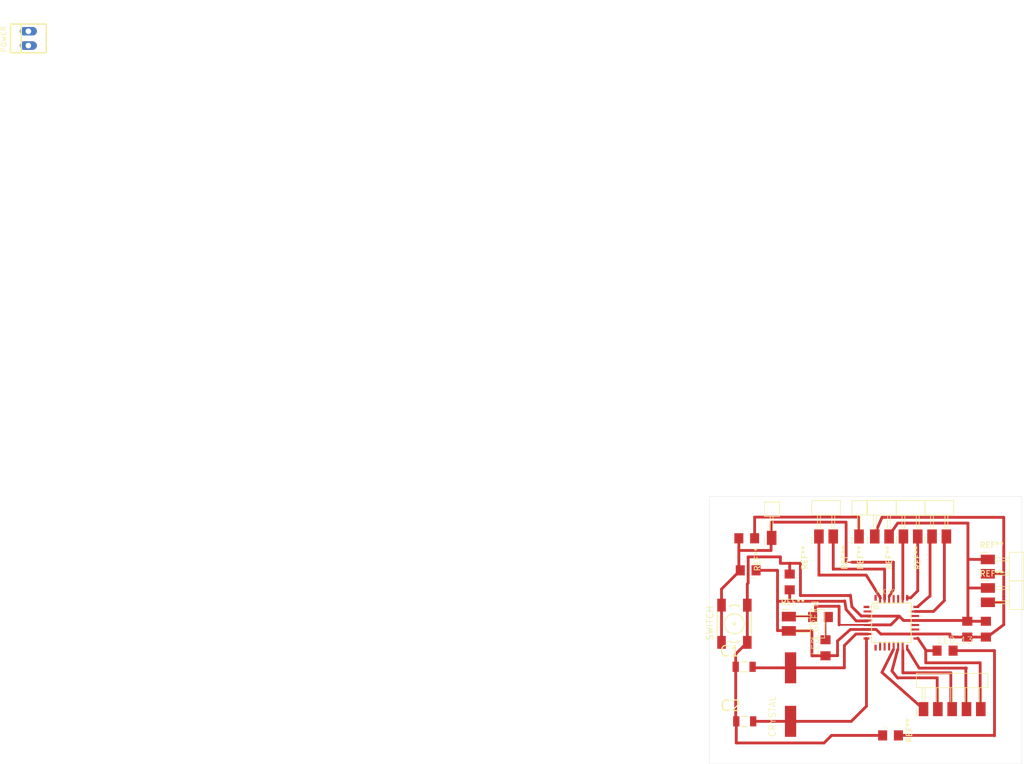
<source format=kicad_pcb>
(kicad_pcb (version 20211014) (generator pcbnew)
  (layers (0 "F.Cu" signal) (31 "B.Cu" signal) (34 "B.Paste" user) (35 "F.Paste" user) (36 "B.SilkS" user "B.Silkscreen") (37 "F.SilkS" user "F.Silkscreen") (38 "B.Mask" user) (39 "F.Mask" user) (44 "Edge.Cuts" user))
  (net 0 "")
  (net 1 "VCC")
  (net 2 "N$2")
  (net 3 "N$9")
  (net 4 "GND")
  (net 5 "N$12")
  (net 6 "N$26")
  (net 7 "N$27")
  (net 8 "N$3")
  (net 9 "RST")
  (net 10 "4")
  (net 11 "3")
  (net 12 "2")
  (net 13 "1(Tx)")
  (net 14 "0(Rx)")
  (net 15 "A5")
  (net 16 "A4")
  (net 17 "A3")
  (net 18 "A2")
  (net 19 "A1")
  (net 20 "A0")
  (net 21 "ADC7")
  (net 22 "5")
  (net 23 "6")
  (net 24 "7")
  (net 25 "8")
  (net 26 "9")
  (net 27 "10")
  (net 28 "11")
  (net 29 "12")
  (net 30 "13")
  (net 31 "ADC6")
  (footprint "fab:PinHeader_1x02_P2.54mm_Horizontal_SMD" (layer "F.Cu") (at 150.114 88.392 90)
    (fp_text reference "REF**" (at -1.524 -2.54 90) (layer "F.SilkS") (effects (justify right)))
    (fp_text value "PinHeader_1x02")
    (fp_line (start -1.27 -1.27) (end 0 -1.27) (layer "F.SilkS") (width 0.12))
    (fp_line (start 3.81 3.81) (end 3.81 -1.27) (layer "F.SilkS") (width 0.12))
    (fp_line (start 6.35 -1.27) (end 6.35 3.81) (layer "F.SilkS") (width 0.12))
    (fp_line (start 3.81 2.286) (end 1.27 2.286) (layer "F.SilkS") (width 0.12))
    (fp_line (start 3.81 2.794) (end 1.27 2.794) (layer "F.SilkS") (width 0.12))
    (fp_line (start 3.81 0.254) (end 1.27 0.254) (layer "F.SilkS") (width 0.12))
    (fp_line (start 6.35 3.81) (end 3.81 3.81) (layer "F.SilkS") (width 0.12))
    (fp_line (start 3.81 -1.27) (end 6.35 -1.27) (layer "F.SilkS") (width 0.12))
    (fp_line (start 3.81 -0.254) (end 1.27 -0.254) (layer "F.SilkS") (width 0.12))
    (pad "1" smd rect locked (at 0 0 90) (size 2.5 1.7) (layers "F.Cu" "F.Paste" "F.Mask") (net 1 "VCC"))
    (pad "2" smd rect locked (at 0 2.54 90) (size 2.5 1.7) (layers "F.Cu" "F.Paste" "F.Mask") (net 4 "GND"))
  )
  (footprint "fab:PinHeader_1x02_P2.54mm_Horizontal_SMD" (layer "F.Cu") (at 140.208 88.392 90)
    (fp_text reference "REF**" (at -1.524 -2.54 90) (layer "F.SilkS") (effects (justify right)))
    (fp_text value "PinHeader_1x02")
    (fp_line (start 3.81 2.794) (end 1.27 2.794) (layer "F.SilkS") (width 0.12))
    (fp_line (start 3.81 3.81) (end 3.81 -1.27) (layer "F.SilkS") (width 0.12))
    (fp_line (start 3.81 -0.254) (end 1.27 -0.254) (layer "F.SilkS") (width 0.12))
    (fp_line (start 6.35 3.81) (end 3.81 3.81) (layer "F.SilkS") (width 0.12))
    (fp_line (start -1.27 -1.27) (end 0 -1.27) (layer "F.SilkS") (width 0.12))
    (fp_line (start 3.81 0.254) (end 1.27 0.254) (layer "F.SilkS") (width 0.12))
    (fp_line (start 6.35 -1.27) (end 6.35 3.81) (layer "F.SilkS") (width 0.12))
    (fp_line (start 3.81 -1.27) (end 6.35 -1.27) (layer "F.SilkS") (width 0.12))
    (fp_line (start 3.81 2.286) (end 1.27 2.286) (layer "F.SilkS") (width 0.12))
    (pad "1" smd rect locked (at 0 0 90) (size 2.5 1.7) (layers "F.Cu" "F.Paste" "F.Mask") (net 13 "1(Tx)"))
    (pad "2" smd rect locked (at 0 2.54 90) (size 2.5 1.7) (layers "F.Cu" "F.Paste" "F.Mask") (net 14 "0(Rx)"))
  )
  (footprint "1206" (layer "F.Cu") (at 141.3764 108.147 90)
    (fp_text reference "LED_GREEN" (at -1.397 -1.143 90) (layer "F.SilkS") (effects (font (size 1.1684 1.1684) (thickness 0.1016)) (justify left bottom)))
    (fp_text value "")
    (pad "1" smd rect (at -1.422 0 90) (size 1.6 1.803) (layers "F.Cu" "F.Paste" "F.Mask") (net 1 "VCC"))
    (pad "2" smd rect (at 1.422 0 90) (size 1.6 1.803) (layers "F.Cu" "F.Paste" "F.Mask") (net 6 "N$26"))
  )
  (footprint "1206" (layer "F.Cu") (at 166.5224 104.845 90)
    (fp_text reference "C4" (at -1.27 -1.143 90) (layer "F.SilkS") (effects (font (size 0.373888 0.373888) (thickness 0.032512)) (justify left bottom)))
    (fp_text value "1uF")
    (pad "1" smd rect (at -1.4 0 90) (size 1.6 1.8) (layers "F.Cu" "F.Paste" "F.Mask") (net 1 "VCC"))
    (pad "2" smd rect (at 1.4 0 90) (size 1.6 1.8) (layers "F.Cu" "F.Paste" "F.Mask") (net 4 "GND"))
  )
  (footprint "CAPC3216X178N" (layer "F.Cu") (at 126.9492 111.5252)
    (fp_text reference "C1" (at -4.4958 -1.6764) (layer "F.SilkS") (effects (font (size 1.87452 1.87452) (thickness 0.20828)) (justify left bottom)))
    (fp_text value "22pF")
    (fp_line (start 0.6096 -0.889) (end -0.6096 -0.889) (layer "F.SilkS") (width 0.1524))
    (fp_line (start -0.6096 0.889) (end 0.6096 0.889) (layer "F.SilkS") (width 0.1524))
    (pad "1" smd rect (at -1.4986 0) (size 1.1176 1.8034) (layers "F.Cu" "F.Paste" "F.Mask") (net 4 "GND"))
    (pad "2" smd rect (at 1.4986 0) (size 1.1176 1.8034) (layers "F.Cu" "F.Paste" "F.Mask") (net 2 "N$2"))
  )
  (footprint "fab:PinHeader_1x01_P2.54mm_Horizontal_SMD" (layer "F.Cu") (at 147.32 88.392 90)
    (fp_text reference "REF**" (at -1.524 -2.54 90) (layer "F.SilkS") (effects (justify right)))
    (fp_text value "PinHeader_1x01")
    (fp_line (start 3.81 1.397) (end 3.81 -1.27) (layer "F.SilkS") (width 0.12))
    (fp_line (start 3.81 -0.254) (end 1.27 -0.254) (layer "F.SilkS") (width 0.12))
    (fp_line (start 3.81 0.254) (end 1.27 0.254) (layer "F.SilkS") (width 0.12))
    (fp_line (start 3.81 -1.27) (end 6.35 -1.27) (layer "F.SilkS") (width 0.12))
    (fp_line (start 6.35 -1.27) (end 6.35 1.397) (layer "F.SilkS") (width 0.12))
    (fp_line (start 6.35 1.397) (end 3.81 1.397) (layer "F.SilkS") (width 0.12))
    (fp_line (start -1.27 -1.27) (end 0 -1.27) (layer "F.SilkS") (width 0.12))
    (pad "1" smd rect locked (at 0 0 90) (size 2.5 1.7) (layers "F.Cu" "F.Paste" "F.Mask") (net 8 "N$3"))
  )
  (footprint "CSM-7X-DU" (layer "F.Cu") (at 135.1788 116.4528 90)
    (fp_text reference "CRYSTAL" (at -7.6288 -2.5334 90) (layer "F.SilkS") (effects (font (size 1.1684 1.1684) (thickness 0.1016)) (justify left bottom)))
    (fp_text value "16Mhz")
    (pad "1" smd rect (at -4.75 0 90) (size 5.5 2) (layers "F.Cu" "F.Paste" "F.Mask") (net 3 "N$9"))
    (pad "2" smd rect (at 4.75 0 90) (size 5.5 2) (layers "F.Cu" "F.Paste" "F.Mask") (net 2 "N$2"))
  )
  (footprint "1206" (layer "F.Cu") (at 135.0264 96.463 90)
    (fp_text reference "C3" (at -1.27 -1.143 90) (layer "F.SilkS") (effects (font (size 0.373888 0.373888) (thickness 0.032512)) (justify left bottom)))
    (fp_text value "10uF")
    (pad "1" smd rect (at -1.4 0 90) (size 1.6 1.8) (layers "F.Cu" "F.Paste" "F.Mask") (net 1 "VCC"))
    (pad "2" smd rect (at 1.4 0 90) (size 1.6 1.8) (layers "F.Cu" "F.Paste" "F.Mask") (net 4 "GND"))
  )
  (footprint "TQFP32-08" (layer "F.Cu") (at 153.0604 103.702)
    (fp_text reference "MICRO" (at -2.7686 -5.08) (layer "F.SilkS") (effects (font (size 0.747776 0.747776) (thickness 0.065024)) (justify left bottom)))
    (fp_text value "ATMEGA328P-AU")
    (fp_line (start -3.505 3.505) (end -3.505 -3.15) (layer "F.SilkS") (width 0.1524))
    (fp_line (start -3.15 -3.505) (end 3.505 -3.505) (layer "F.SilkS") (width 0.1524))
    (fp_line (start 3.505 -3.505) (end 3.505 3.505) (layer "F.SilkS") (width 0.1524))
    (fp_line (start -3.15 -3.505) (end -3.505 -3.15) (layer "F.SilkS") (width 0.1524))
    (fp_line (start 3.505 3.505) (end -3.505 3.505) (layer "F.SilkS") (width 0.1524))
    (fp_circle (center -2.7432 -2.7432) (end -2.384 -2.7432) (layer "F.SilkS") (width 0.1524) (fill none))
    (pad "1" smd rect (at -4.4196 -2.8) (size 1.016 0.4064) (layers "F.Cu" "F.Paste" "F.Mask") (net 11 "3"))
    (pad "2" smd rect (at -4.1656 -2) (size 1.524 0.3556) (layers "F.Cu" "F.Paste" "F.Mask") (net 10 "4"))
    (pad "3" smd rect (at -4.1656 -1.2) (size 1.524 0.3556) (layers "F.Cu" "F.Paste" "F.Mask") (net 4 "GND"))
    (pad "4" smd rect (at -4.1656 -0.4) (size 1.524 0.3556) (layers "F.Cu" "F.Paste" "F.Mask") (net 1 "VCC"))
    (pad "5" smd rect (at -4.1656 0.4) (size 1.524 0.3556) (layers "F.Cu" "F.Paste" "F.Mask") (net 4 "GND"))
    (pad "6" smd rect (at -4.1656 1.2) (size 1.524 0.3556) (layers "F.Cu" "F.Paste" "F.Mask") (net 1 "VCC"))
    (pad "7" smd rect (at -4.1656 2) (size 1.524 0.3556) (layers "F.Cu" "F.Paste" "F.Mask") (net 2 "N$2"))
    (pad "8" smd rect (at -4.4196 2.8) (size 1.016 0.4064) (layers "F.Cu" "F.Paste" "F.Mask") (net 3 "N$9"))
    (pad "9" smd rect (at -2.8 4.4196) (size 0.4064 1.016) (layers "F.Cu" "F.Paste" "F.Mask") (net 22 "5"))
    (pad "10" smd rect (at -2 4.1656) (size 0.3556 1.524) (layers "F.Cu" "F.Paste" "F.Mask") (net 23 "6"))
    (pad "11" smd rect (at -1.2 4.1656) (size 0.3556 1.524) (layers "F.Cu" "F.Paste" "F.Mask") (net 24 "7"))
    (pad "12" smd rect (at -0.4 4.1656) (size 0.3556 1.524) (layers "F.Cu" "F.Paste" "F.Mask") (net 25 "8"))
    (pad "13" smd rect (at 0.4 4.1656) (size 0.3556 1.524) (layers "F.Cu" "F.Paste" "F.Mask") (net 26 "9"))
    (pad "14" smd rect (at 1.2 4.1656) (size 0.3556 1.524) (layers "F.Cu" "F.Paste" "F.Mask") (net 27 "10"))
    (pad "15" smd rect (at 2 4.1656) (size 0.3556 1.524) (layers "F.Cu" "F.Paste" "F.Mask") (net 28 "11"))
    (pad "16" smd rect (at 2.8 4.4196) (size 0.4064 1.016) (layers "F.Cu" "F.Paste" "F.Mask") (net 29 "12"))
    (pad "17" smd rect (at 4.4196 2.8) (size 1.016 0.4064) (layers "F.Cu" "F.Paste" "F.Mask") (net 30 "13"))
    (pad "18" smd rect (at 4.1656 2) (size 1.524 0.3556) (layers "F.Cu" "F.Paste" "F.Mask") (net 1 "VCC"))
    (pad "19" smd rect (at 4.1656 1.2) (size 1.524 0.3556) (layers "F.Cu" "F.Paste" "F.Mask") (net 31 "ADC6"))
    (pad "20" smd rect (at 4.1656 0.4) (size 1.524 0.3556) (layers "F.Cu" "F.Paste" "F.Mask") (net 1 "VCC"))
    (pad "21" smd rect (at 4.1656 -0.4) (size 1.524 0.3556) (layers "F.Cu" "F.Paste" "F.Mask") (net 4 "GND"))
    (pad "22" smd rect (at 4.1656 -1.2) (size 1.524 0.3556) (layers "F.Cu" "F.Paste" "F.Mask") (net 21 "ADC7"))
    (pad "23" smd rect (at 4.1656 -2) (size 1.524 0.3556) (layers "F.Cu" "F.Paste" "F.Mask") (net 20 "A0"))
    (pad "24" smd rect (at 4.4196 -2.8) (size 1.016 0.4064) (layers "F.Cu" "F.Paste" "F.Mask") (net 19 "A1"))
    (pad "25" smd rect (at 2.8 -4.4196) (size 0.4064 1.016) (layers "F.Cu" "F.Paste" "F.Mask") (net 18 "A2"))
    (pad "26" smd rect (at 2 -4.1656) (size 0.3556 1.524) (layers "F.Cu" "F.Paste" "F.Mask") (net 17 "A3"))
    (pad "27" smd rect (at 1.2 -4.1656) (size 0.3556 1.524) (layers "F.Cu" "F.Paste" "F.Mask") (net 16 "A4"))
    (pad "28" smd rect (at 0.4 -4.1656) (size 0.3556 1.524) (layers "F.Cu" "F.Paste" "F.Mask") (net 15 "A5"))
    (pad "29" smd rect (at -0.4 -4.1656) (size 0.3556 1.524) (layers "F.Cu" "F.Paste" "F.Mask") (net 9 "RST"))
    (pad "30" smd rect (at -1.2 -4.1656) (size 0.3556 1.524) (layers "F.Cu" "F.Paste" "F.Mask") (net 14 "0(Rx)"))
    (pad "31" smd rect (at -2 -4.1656) (size 0.3556 1.524) (layers "F.Cu" "F.Paste" "F.Mask") (net 13 "1(Tx)"))
    (pad "32" smd rect (at -2.8 -4.4196) (size 0.4064 1.016) (layers "F.Cu" "F.Paste" "F.Mask") (net 12 "2"))
  )
  (footprint "1206" (layer "F.Cu") (at 169.8244 104.845 90)
    (fp_text reference "C5" (at -1.27 -1.143 90) (layer "F.SilkS") (effects (font (size 0.373888 0.373888) (thickness 0.032512)) (justify left bottom)))
    (fp_text value "100nF")
    (pad "1" smd rect (at -1.4 0 90) (size 1.6 1.8) (layers "F.Cu" "F.Paste" "F.Mask") (net 1 "VCC"))
    (pad "2" smd rect (at 1.4 0 90) (size 1.6 1.8) (layers "F.Cu" "F.Paste" "F.Mask") (net 4 "GND"))
  )
  (footprint "fab:PinHeader_1x02_P2.54mm_Horizontal_SMD" (layer "F.Cu") (at 170.166 92.476)
    (fp_text reference "REF**" (at -1.524 -2.54 180) (layer "F.SilkS") (effects (justify left)))
    (fp_text value "PinHeader_1x02")
    (fp_line (start 6.35 3.81) (end 3.81 3.81) (layer "F.SilkS") (width 0.12))
    (fp_line (start 3.81 2.794) (end 1.27 2.794) (layer "F.SilkS") (width 0.12))
    (fp_line (start -1.27 -1.27) (end 0 -1.27) (layer "F.SilkS") (width 0.12))
    (fp_line (start 3.81 2.286) (end 1.27 2.286) (layer "F.SilkS") (width 0.12))
    (fp_line (start 3.81 -0.254) (end 1.27 -0.254) (layer "F.SilkS") (width 0.12))
    (fp_line (start 3.81 -1.27) (end 6.35 -1.27) (layer "F.SilkS") (width 0.12))
    (fp_line (start 6.35 -1.27) (end 6.35 3.81) (layer "F.SilkS") (width 0.12))
    (fp_line (start 3.81 0.254) (end 1.27 0.254) (layer "F.SilkS") (width 0.12))
    (fp_line (start 3.81 3.81) (end 3.81 -1.27) (layer "F.SilkS") (width 0.12))
    (pad "1" smd rect locked (at 0 0) (size 2.5 1.7) (layers "F.Cu" "F.Paste" "F.Mask") (net 4 "GND"))
    (pad "2" smd rect locked (at 0 2.54) (size 2.5 1.7) (layers "F.Cu" "F.Paste" "F.Mask") (net 1 "VCC"))
  )
  (footprint "1206" (layer "F.Cu") (at 127.6604 94.4056 180)
    (fp_text reference "R1" (at -1.27 -1.143 180) (layer "F.SilkS") (effects (font (size 0.373888 0.373888) (thickness 0.032512)) (justify right top)))
    (fp_text value "10k")
    (pad "1" smd rect (at -1.4 0 180) (size 1.6 1.8) (layers "F.Cu" "F.Paste" "F.Mask") (net 1 "VCC"))
    (pad "2" smd rect (at 1.4 0 180) (size 1.6 1.8) (layers "F.Cu" "F.Paste" "F.Mask") (net 9 "RST"))
  )
  (footprint "6MM_SWITCH" (layer "F.Cu") (at 125.222 103.886 90)
    (fp_text reference "SWITCH" (at -3.048 -3.683 90) (layer "F.SilkS") (effects (font (size 1.143 1.143) (thickness 0.127)) (justify left bottom)))
    (fp_text value "")
    (fp_line (start 1.143 2.794) (end -1.27 2.794) (layer "F.SilkS") (width 0.0508))
    (fp_line (start 3.302 0.762) (end 3.302 -0.762) (layer "F.SilkS") (width 0.1524))
    (fp_line (start 3.302 0.762) (end 3.048 0.762) (layer "F.SilkS") (width 0.1524))
    (fp_line (start -3.048 0.762) (end -3.048 1.016) (layer "F.SilkS") (width 0.1524))
    (fp_line (start 1.143 2.794) (end 1.143 3.048) (layer "F.SilkS") (width 0.0508))
    (fp_line (start -3.048 0.762) (end -3.302 0.762) (layer "F.SilkS") (width 0.1524))
    (fp_line (start -1.27 3.048) (end 1.143 3.048) (layer "F.SilkS") (width 0.1524))
    (fp_line (start -2.159 3.048) (end -1.27 3.048) (layer "F.SilkS") (width 0.1524))
    (fp_line (start 3.048 -0.762) (end 3.302 -0.762) (layer "F.SilkS") (width 0.1524))
    (fp_line (start -1.27 -3.048) (end -2.159 -3.048) (layer "F.SilkS") (width 0.1524))
    (fp_line (start 1.27 -3.048) (end -1.27 -3.048) (layer "F.SilkS") (width 0.1524))
    (fp_line (start 1.143 3.048) (end 2.159 3.048) (layer "F.SilkS") (width 0.1524))
    (fp_line (start 1.27 -2.794) (end -1.27 -2.794) (layer "F.SilkS") (width 0.0508))
    (fp_line (start -3.302 -0.762) (end -3.302 0.762) (layer "F.SilkS") (width 0.1524))
    (fp_line (start -1.27 2.794) (end -1.27 3.048) (layer "F.SilkS") (width 0.0508))
    (fp_line (start 2.159 -3.048) (end 1.27 -3.048) (layer "F.SilkS") (width 0.1524))
    (fp_line (start -3.048 -0.762) (end -3.048 -1.016) (layer "F.SilkS") (width 0.1524))
    (fp_line (start 1.27 -2.794) (end 1.27 -3.048) (layer "F.SilkS") (width 0.0508))
    (fp_line (start 3.048 0.762) (end 3.048 1.016) (layer "F.SilkS") (width 0.1524))
    (fp_line (start -3.302 -0.762) (end -3.048 -0.762) (layer "F.SilkS") (width 0.1524))
    (fp_line (start -1.27 -3.048) (end -1.27 -2.794) (layer "F.SilkS") (width 0.0508))
    (fp_line (start 3.048 -0.762) (end 3.048 -1.016) (layer "F.SilkS") (width 0.1524))
    (fp_circle (center 0 0) (end 0.254 0) (layer "F.SilkS") (width 0.1524) (fill none))
    (fp_circle (center 0 0) (end 1.778 0) (layer "F.SilkS") (width 0.1524) (fill none))
    (pad "1" smd rect (at -3.302 -2.286 90) (size 2.286 1.524) (layers "F.Cu" "F.Paste" "F.Mask") (net 9 "RST"))
    (pad "2" smd rect (at 3.302 -2.286 90) (size 2.286 1.524) (layers "F.Cu" "F.Paste" "F.Mask") (net 9 "RST"))
    (pad "3" smd rect (at -3.302 2.286 90) (size 2.286 1.524) (layers "F.Cu" "F.Paste" "F.Mask") (net 4 "GND"))
    (pad "4" smd rect (at 3.302 2.286 90) (size 2.286 1.524) (layers "F.Cu" "F.Paste" "F.Mask") (net 4 "GND"))
  )
  (footprint "1206" (layer "F.Cu") (at 152.908 123.698)
    (fp_text reference "R3" (at -1.27 -1.143) (layer "F.SilkS") (effects (font (size 0.373888 0.373888) (thickness 0.032512)) (justify left bottom)))
    (fp_text value "499")
    (pad "1" smd rect (at -1.4 0) (size 1.6 1.8) (layers "F.Cu" "F.Paste" "F.Mask") (net 4 "GND"))
    (pad "2" smd rect (at 1.4 0) (size 1.6 1.8) (layers "F.Cu" "F.Paste" "F.Mask") (net 7 "N$27"))
  )
  (footprint "fab:PinHeader_1x01_P2.54mm_Horizontal_SMD" (layer "F.Cu") (at 131.826 88.646 90)
    (fp_text reference "REF**" (at -1.524 -2.54 90) (layer "F.SilkS") (effects (justify right)))
    (fp_text value "PinHeader_1x01")
    (fp_line (start 6.35 -1.27) (end 6.35 1.397) (layer "F.SilkS") (width 0.12))
    (fp_line (start 6.35 1.397) (end 3.81 1.397) (layer "F.SilkS") (width 0.12))
    (fp_line (start 3.81 -0.254) (end 1.27 -0.254) (layer "F.SilkS") (width 0.12))
    (fp_line (start -1.27 -1.27) (end 0 -1.27) (layer "F.SilkS") (width 0.12))
    (fp_line (start 3.81 -1.27) (end 6.35 -1.27) (layer "F.SilkS") (width 0.12))
    (fp_line (start 3.81 0.254) (end 1.27 0.254) (layer "F.SilkS") (width 0.12))
    (fp_line (start 3.81 1.397) (end 3.81 -1.27) (layer "F.SilkS") (width 0.12))
    (pad "1" smd rect locked (at 0 0 90) (size 2.5 1.7) (layers "F.Cu" "F.Paste" "F.Mask") (net 9 "RST"))
  )
  (footprint "fab:PinHeader_1x05_P2.54mm_Horizontal_SMD" (layer "F.Cu") (at 158.7628 119.0359 90)
    (fp_text reference "REF**" (at -1.524 -2.54 90) (layer "F.SilkS") (effects (justify right)))
    (fp_text value "PinHeader_1x05")
    (fp_line (start 3.81 11.43) (end 3.81 -1.27) (layer "F.SilkS") (width 0.12))
    (fp_line (start 3.81 5.334) (end 1.27 5.334) (layer "F.SilkS") (width 0.12))
    (fp_line (start 3.81 -0.254) (end 1.27 -0.254) (layer "F.SilkS") (width 0.12))
    (fp_line (start 3.81 -1.27) (end 6.35 -1.27) (layer "F.SilkS") (width 0.12))
    (fp_line (start 6.35 -1.27) (end 6.35 11.43) (layer "F.SilkS") (width 0.12))
    (fp_line (start 3.81 2.794) (end 1.27 2.794) (layer "F.SilkS") (width 0.12))
    (fp_line (start 3.81 7.366) (end 1.27 7.366) (layer "F.SilkS") (width 0.12))
    (fp_line (start 3.81 4.826) (end 1.27 4.826) (layer "F.SilkS") (width 0.12))
    (fp_line (start 3.81 9.906) (end 1.27 9.906) (layer "F.SilkS") (width 0.12))
    (fp_line (start 3.81 10.414) (end 1.27 10.414) (layer "F.SilkS") (width 0.12))
    (fp_line (start 3.81 2.286) (end 1.27 2.286) (layer "F.SilkS") (width 0.12))
    (fp_line (start 3.81 7.874) (end 1.27 7.874) (layer "F.SilkS") (width 0.12))
    (fp_line (start -1.27 -1.27) (end 0 -1.27) (layer "F.SilkS") (width 0.12))
    (fp_line (start 6.35 11.43) (end 3.81 11.43) (layer "F.SilkS") (width 0.12))
    (fp_line (start 3.81 0.254) (end 1.27 0.254) (layer "F.SilkS") (width 0.12))
    (pad "1" smd rect locked (at 0 0 90) (size 2.5 1.7) (layers "F.Cu" "F.Paste" "F.Mask"))
    (pad "2" smd rect locked (at 0 2.54 90) (size 2.5 1.7) (layers "F.Cu" "F.Paste" "F.Mask") (net 27 "10"))
    (pad "3" smd rect locked (at 0 5.08 90) (size 2.5 1.7) (layers "F.Cu" "F.Paste" "F.Mask") (net 28 "11"))
    (pad "4" smd rect locked (at 0 7.62 90) (size 2.5 1.7) (layers "F.Cu" "F.Paste" "F.Mask") (net 29 "12"))
    (pad "5" smd rect locked (at 0 10.16 90) (size 2.5 1.7) (layers "F.Cu" "F.Paste" "F.Mask") (net 5 "N$12"))
  )
  (footprint "CAPC3216X178N" (layer "F.Cu") (at 127.0508 121.2026)
    (fp_text reference "C2" (at -4.4958 -1.6764) (layer "F.SilkS") (effects (font (size 1.87452 1.87452) (thickness 0.20828)) (justify left bottom)))
    (fp_text value "22pF")
    (fp_line (start 0.6096 -0.889) (end -0.6096 -0.889) (layer "F.SilkS") (width 0.1524))
    (fp_line (start -0.6096 0.889) (end 0.6096 0.889) (layer "F.SilkS") (width 0.1524))
    (pad "1" smd rect (at -1.4986 0) (size 1.1176 1.8034) (layers "F.Cu" "F.Paste" "F.Mask") (net 4 "GND"))
    (pad "2" smd rect (at 1.4986 0) (size 1.1176 1.8034) (layers "F.Cu" "F.Paste" "F.Mask") (net 3 "N$9"))
  )
  (footprint "fab:PinHeader_1x02_P2.54mm_Horizontal_SMD" (layer "F.Cu") (at 160.274 88.392 90)
    (fp_text reference "REF**" (at -1.524 -2.54 90) (layer "F.SilkS") (effects (justify right)))
    (fp_text value "PinHeader_1x02")
    (fp_line (start 3.81 2.286) (end 1.27 2.286) (layer "F.SilkS") (width 0.12))
    (fp_line (start 6.35 3.81) (end 3.81 3.81) (layer "F.SilkS") (width 0.12))
    (fp_line (start 3.81 2.794) (end 1.27 2.794) (layer "F.SilkS") (width 0.12))
    (fp_line (start 3.81 -0.254) (end 1.27 -0.254) (layer "F.SilkS") (width 0.12))
    (fp_line (start 6.35 -1.27) (end 6.35 3.81) (layer "F.SilkS") (width 0.12))
    (fp_line (start 3.81 0.254) (end 1.27 0.254) (layer "F.SilkS") (width 0.12))
    (fp_line (start 3.81 3.81) (end 3.81 -1.27) (layer "F.SilkS") (width 0.12))
    (fp_line (start -1.27 -1.27) (end 0 -1.27) (layer "F.SilkS") (width 0.12))
    (fp_line (start 3.81 -1.27) (end 6.35 -1.27) (layer "F.SilkS") (width 0.12))
    (pad "1" smd rect locked (at 0 0 90) (size 2.5 1.7) (layers "F.Cu" "F.Paste" "F.Mask") (net 19 "A1"))
    (pad "2" smd rect locked (at 0 2.54 90) (size 2.5 1.7) (layers "F.Cu" "F.Paste" "F.Mask") (net 20 "A0"))
  )
  (footprint "1206" (layer "F.Cu") (at 162.5854 108.655)
    (fp_text reference "LED_13" (at -1.397 -1.143) (layer "F.SilkS") (effects (font (size 1.1684 1.1684) (thickness 0.1016)) (justify left bottom)))
    (fp_text value "YELLOW")
    (pad "1" smd rect (at -1.422 0) (size 1.6 1.803) (layers "F.Cu" "F.Paste" "F.Mask") (net 5 "N$12"))
    (pad "2" smd rect (at 1.422 0) (size 1.6 1.803) (layers "F.Cu" "F.Paste" "F.Mask") (net 7 "N$27"))
  )
  (footprint "fab:PinHeader_1x02_P2.54mm_Horizontal_SMD" (layer "F.Cu") (at 155.194 88.392 90)
    (fp_text reference "REF**" (at -1.524 -2.54 90) (layer "F.SilkS") (effects (justify right)))
    (fp_text value "PinHeader_1x02")
    (fp_line (start 6.35 3.81) (end 3.81 3.81) (layer "F.SilkS") (width 0.12))
    (fp_line (start -1.27 -1.27) (end 0 -1.27) (layer "F.SilkS") (width 0.12))
    (fp_line (start 3.81 3.81) (end 3.81 -1.27) (layer "F.SilkS") (width 0.12))
    (fp_line (start 3.81 2.286) (end 1.27 2.286) (layer "F.SilkS") (width 0.12))
    (fp_line (start 3.81 -1.27) (end 6.35 -1.27) (layer "F.SilkS") (width 0.12))
    (fp_line (start 3.81 0.254) (end 1.27 0.254) (layer "F.SilkS") (width 0.12))
    (fp_line (start 3.81 2.794) (end 1.27 2.794) (layer "F.SilkS") (width 0.12))
    (fp_line (start 3.81 -0.254) (end 1.27 -0.254) (layer "F.SilkS") (width 0.12))
    (fp_line (start 6.35 -1.27) (end 6.35 3.81) (layer "F.SilkS") (width 0.12))
    (pad "1" smd rect locked (at 0 0 90) (size 2.5 1.7) (layers "F.Cu" "F.Paste" "F.Mask") (net 17 "A3"))
    (pad "2" smd rect locked (at 0 2.54 90) (size 2.5 1.7) (layers "F.Cu" "F.Paste" "F.Mask") (net 18 "A2"))
  )
  (footprint "1206" (layer "F.Cu") (at 127.4064 88.716)
    (fp_text reference "C6" (at -1.27 -1.143) (layer "F.SilkS") (effects (font (size 0.373888 0.373888) (thickness 0.032512)) (justify left bottom)))
    (fp_text value "100nF")
    (pad "1" smd rect (at -1.4 0) (size 1.6 1.8) (layers "F.Cu" "F.Paste" "F.Mask") (net 9 "RST"))
    (pad "2" smd rect (at 1.4 0) (size 1.6 1.8) (layers "F.Cu" "F.Paste" "F.Mask") (net 8 "N$3"))
  )
  (footprint "fab:PinHeader_1x02_P2.54mm_Horizontal_SMD" (layer "F.Cu") (at 134.874 102.616)
    (fp_text reference "REF**" (at -1.524 -2.54 180) (layer "F.SilkS") (effects (justify left)))
    (fp_text value "PinHeader_1x02")
    (fp_line (start 3.81 2.286) (end 1.27 2.286) (layer "F.SilkS") (width 0.12))
    (fp_line (start 3.81 2.794) (end 1.27 2.794) (layer "F.SilkS") (width 0.12))
    (fp_line (start 3.81 -1.27) (end 6.35 -1.27) (layer "F.SilkS") (width 0.12))
    (fp_line (start 6.35 -1.27) (end 6.35 3.81) (layer "F.SilkS") (width 0.12))
    (fp_line (start -1.27 -1.27) (end 0 -1.27) (layer "F.SilkS") (width 0.12))
    (fp_line (start 3.81 -0.254) (end 1.27 -0.254) (layer "F.SilkS") (width 0.12))
    (fp_line (start 3.81 0.254) (end 1.27 0.254) (layer "F.SilkS") (width 0.12))
    (fp_line (start 6.35 3.81) (end 3.81 3.81) (layer "F.SilkS") (width 0.12))
    (fp_line (start 3.81 3.81) (end 3.81 -1.27) (layer "F.SilkS") (width 0.12))
    (pad "1" smd rect locked (at 0 0) (size 2.5 1.7) (layers "F.Cu" "F.Paste" "F.Mask") (net 4 "GND"))
    (pad "2" smd rect locked (at 0 2.54) (size 2.5 1.7) (layers "F.Cu" "F.Paste" "F.Mask") (net 1 "VCC"))
  )
  (footprint "fab:PinHeader_1x02_P2.54mm_Horizontal_SMD" (layer "F.Cu") (at 170.18 97.536)
    (fp_text reference "REF**" (at -1.524 -2.54 180) (layer "F.SilkS") (effects (justify left)))
    (fp_text value "PinHeader_1x02")
    (fp_line (start 3.81 3.81) (end 3.81 -1.27) (layer "F.SilkS") (width 0.12))
    (fp_line (start 6.35 -1.27) (end 6.35 3.81) (layer "F.SilkS") (width 0.12))
    (fp_line (start 3.81 0.254) (end 1.27 0.254) (layer "F.SilkS") (width 0.12))
    (fp_line (start -1.27 -1.27) (end 0 -1.27) (layer "F.SilkS") (width 0.12))
    (fp_line (start 3.81 -0.254) (end 1.27 -0.254) (layer "F.SilkS") (width 0.12))
    (fp_line (start 6.35 3.81) (end 3.81 3.81) (layer "F.SilkS") (width 0.12))
    (fp_line (start 3.81 2.794) (end 1.27 2.794) (layer "F.SilkS") (width 0.12))
    (fp_line (start 3.81 -1.27) (end 6.35 -1.27) (layer "F.SilkS") (width 0.12))
    (fp_line (start 3.81 2.286) (end 1.27 2.286) (layer "F.SilkS") (width 0.12))
    (pad "1" smd rect locked (at 0 0) (size 2.5 1.7) (layers "F.Cu" "F.Paste" "F.Mask") (net 4 "GND"))
    (pad "2" smd rect locked (at 0 2.54) (size 2.5 1.7) (layers "F.Cu" "F.Paste" "F.Mask") (net 1 "VCC"))
  )
  (footprint "1206" (layer "F.Cu") (at 140.4874 102.686 180)
    (fp_text reference "R2" (at -1.27 -1.143 180) (layer "F.SilkS") (effects (font (size 0.373888 0.373888) (thickness 0.032512)) (justify right top)))
    (fp_text value "499")
    (pad "1" smd rect (at -1.4 0 180) (size 1.6 1.8) (layers "F.Cu" "F.Paste" "F.Mask") (net 6 "N$26"))
    (pad "2" smd rect (at 1.4 0 180) (size 1.6 1.8) (layers "F.Cu" "F.Paste" "F.Mask") (net 4 "GND"))
  )
  (footprint "22-23-2021" (layer "F.Cu") (at 0 0 90)
    (fp_text reference "POWER" (at -2.54 -3.81 90) (layer "F.SilkS") (effects (font (size 0.9144 0.9144) (thickness 0.1016)) (justify left bottom)))
    (fp_text value "22-23-2021")
    (fp_line (start 2.54 -3.175) (end 2.54 -1.27) (layer "F.SilkS") (width 0.254))
    (fp_line (start -2.54 -3.175) (end 2.54 -3.175) (layer "F.SilkS") (width 0.254))
    (fp_line (start -2.54 3.175) (end -2.54 -1.27) (layer "F.SilkS") (width 0.254))
    (fp_line (start 2.54 3.175) (end -2.54 3.175) (layer "F.SilkS") (width 0.254))
    (fp_line (start 2.54 -1.27) (end 2.54 3.175) (layer "F.SilkS") (width 0.254))
    (fp_line (start -2.54 -1.27) (end -2.54 -3.175) (layer "F.SilkS") (width 0.254))
    (fp_line (start -2.54 -1.27) (end 2.54 -1.27) (layer "F.SilkS") (width 0.254))
    (pad "1" thru_hole oval (at -1.27 0 180) (size 3.016 1.508) (drill 1) (layers *.Cu *.Mask))
    (pad "2" thru_hole oval (at 1.27 0 180) (size 3.016 1.508) (drill 1) (layers *.Cu *.Mask))
  )
  (gr_line (start 153.162 112.268) (end 154.178 113.538) (layer "F.Cu") (width 0.5))
  (gr_line (start 145.034 101.346) (end 144.78 99.822) (layer "F.Cu") (width 0.5))
  (gr_line (start 145.034 86.106) (end 145.034 85.852) (layer "F.Cu") (width 0.2))
  (gr_line (start 150.368 104.902) (end 149.352 104.902) (layer "F.Cu") (width 0.5))
  (gr_line (start 172.9868 104.0499) (end 172.9868 98.9699) (layer "F.Cu") (width 0.5))
  (gr_line (start 169.9388 106.3359) (end 172.9868 104.0499) (layer "F.Cu") (width 0.5))
  (gr_line (start 153.416 114.3) (end 158.7628 119.0359) (layer "F.Cu") (width 0.5))
  (gr_line (start 152.654 99.06) (end 153.416 97.79) (layer "F.Cu") (width 0.5))
  (gr_line (start 151.13 99.314) (end 148.59 95.25) (layer "F.Cu") (width 0.5))
  (gr_line (start 149.8728 88.5559) (end 151.3968 84.9999) (layer "F.Cu") (width 0.5))
  (gr_line (start 145.796 104.902) (end 143.51 106.934) (layer "F.Cu") (width 0.5))
  (gr_line (start 166.6368 96.6839) (end 166.6368 86.0159) (layer "F.Cu") (width 0.5))
  (gr_line (start 157.734 106.426) (end 159.258 108.712) (layer "F.Cu") (width 0.5))
  (gr_line (start 170.18 100.076) (end 172.974 100.076) (layer "F.Cu") (width 0.5))
  (gr_line (start 166.37 111.76) (end 157.988 111.76) (layer "F.Cu") (width 0.5))
  (gr_line (start 151.384 112.522) (end 153.416 114.3) (layer "F.Cu") (width 0.5))
  (gr_line (start 170.166 92.476) (end 166.624 92.456) (layer "F.Cu") (width 0.5))
  (gr_line (start 148.59 95.25) (end 140.208 95.25) (layer "F.Cu") (width 0.5))
  (gr_line (start 145.542 98.806) (end 145.796 98.806) (layer "F.Cu") (width 0.2))
  (gr_line (start 166.6368 86.0159) (end 154.1908 86.0159) (layer "F.Cu") (width 0.5))
  (gr_line (start 145.796 98.806) (end 146.05 100.838) (layer "F.Cu") (width 0.5))
  (gr_line (start 157.988 111.76) (end 155.956 108.458) (layer "F.Cu") (width 0.5))
  (gr_line (start 170.18 97.536) (end 166.624 97.536) (layer "F.Cu") (width 0.5))
  (gr_line (start 146.05 92.964) (end 145.034 92.964) (layer "F.Cu") (width 0.2))
  (gr_line (start 172.9868 98.9699) (end 172.9868 84.9999) (layer "F.Cu") (width 0.5))
  (gr_line (start 170.18 94.996) (end 172.974 94.996) (layer "F.Cu") (width 0.5))
  (gr_line (start 153.416 92.964) (end 146.05 92.964) (layer "F.Cu") (width 0.5))
  (gr_line (start 148.844 103.378) (end 146.812 103.378) (layer "F.Cu") (width 0.5))
  (gr_line (start 143.51 106.934) (end 143.51 109.474) (layer "F.Cu") (width 0.5))
  (gr_line (start 145.034 85.852) (end 131.826 85.852) (layer "F.Cu") (width 0.5))
  (gr_line (start 153.416 108.458) (end 151.384 112.522) (layer "F.Cu") (width 0.5))
  (gr_line (start 149.098 104.902) (end 145.796 104.902) (layer "F.Cu") (width 0.5))
  (gr_line (start 166.6368 103.5419) (end 166.6368 96.6839) (layer "F.Cu") (width 0.5))
  (gr_line (start 157.734 100.838) (end 159.766 99.06) (layer "F.Cu") (width 0.5))
  (gr_line (start 153.416 97.79) (end 153.416 92.964) (layer "F.Cu") (width 0.5))
  (gr_line (start 154.178 108.458) (end 153.162 112.268) (layer "F.Cu") (width 0.5))
  (gr_line (start 172.9868 84.9999) (end 151.3968 84.9999) (layer "F.Cu") (width 0.5))
  (gr_line (start 154.1908 86.0159) (end 152.4128 88.5559) (layer "F.Cu") (width 0.5))
  (gr_line (start 146.812 103.378) (end 145.034 101.346) (layer "F.Cu") (width 0.5))
  (gr_line (start 145.034 92.964) (end 145.034 86.106) (layer "F.Cu") (width 0.5))
  (gr_line (start 176.2126 128.778) (end 176.2126 81.28) (layer "Edge.Cuts") (width 0.05))
  (gr_line (start 176.2126 81.28) (end 120.7896 81.28) (layer "Edge.Cuts") (width 0.05))
  (gr_line (start 120.7896 81.28) (end 120.7896 128.778) (layer "Edge.Cuts") (width 0.05))
  (gr_line (start 120.7896 128.778) (end 176.2126 128.778) (layer "Edge.Cuts") (width 0.05))
  (segment (start 166.5224 106.245) (end 169.8244 106.245) (width 0.5) (layer "F.Cu") (net 1))
  (segment (start 144.8054 99.892) (end 135.0264 99.892) (width 0.5) (layer "F.Cu") (net 1))
  (segment (start 141.3764 109.569) (end 138.9634 109.569) (width 0.5) (layer "F.Cu") (net 1))
  (segment (start 132.8674 99.892) (end 135.0264 99.892) (width 0.5) (layer "F.Cu") (net 1))
  (segment (start 138.9634 109.569) (end 138.9634 105.099) (width 0.5) (layer "F.Cu") (net 1))
  (segment (start 143.5354 109.544) (end 141.3764 109.544) (width 0.5) (layer "F.Cu") (net 1))
  (segment (start 157.226 104.102) (end 157.226 104.1084) (width 0.3048) (layer "F.Cu") (net 1))
  (segment (start 132.8674 99.892) (end 132.8674 105.099) (width 0.5) (layer "F.Cu") (net 1))
  (segment (start 163.4744 105.702) (end 163.4744 106.242) (width 0.5) (layer "F.Cu") (net 1))
  (segment (start 151.168 105.702) (end 150.368 104.902) (width 0.5) (layer "F.Cu") (net 1))
  (segment (start 157.226 105.702) (end 151.168 105.702) (width 0.5) (layer "F.Cu") (net 1))
  (segment (start 135.4074 97.99) (end 135.4074 98.114) (width 0.3048) (layer "F.Cu") (net 1))
  (segment (start 132.8674 94.4056) (end 129.0604 94.4056) (width 0.5) (layer "F.Cu") (net 1))
  (segment (start 157.226 105.7086) (end 157.226 105.702) (width 0.3048) (layer "F.Cu") (net 1))
  (segment (start 138.9634 105.099) (end 135.2042 105.099) (width 0.5) (layer "F.Cu") (net 1))
  (segment (start 149.5806 104.8958) (end 148.8948 104.902) (width 0.3048) (layer "F.Cu") (net 1))
  (segment (start 157.226 105.702) (end 163.4744 105.702) (width 0.5) (layer "F.Cu") (net 1))
  (segment (start 157.226 105.734) (end 157.226 105.702) (width 0.3048) (layer "F.Cu") (net 1))
  (segment (start 163.4744 106.242) (end 166.5224 106.242) (width 0.5) (layer "F.Cu") (net 1))
  (segment (start 157.226 104.102) (end 156.6164 104.083) (width 0.3048) (layer "F.Cu") (net 1))
  (segment (start 157.226 104.102) (end 156.6164 104.102) (width 0.254) (layer "F.Cu") (net 1))
  (segment (start 156.6164 104.102) (end 156.6164 104.083) (width 0.254) (layer "F.Cu") (net 1))
  (segment (start 135.0264 99.892) (end 135.0264 97.863) (width 0.5) (layer "F.Cu") (net 1))
  (segment (start 132.8674 94.4056) (end 132.8674 99.892) (width 0.5) (layer "F.Cu") (net 1))
  (segment (start 141.3764 109.544) (end 141.3764 109.569) (width 0.3048) (layer "F.Cu") (net 1))
  (segment (start 135.2042 105.099) (end 132.8674 105.099) (width 0.5) (layer "F.Cu") (net 1))
  (segment (start 148.8948 105.702) (end 146.774 105.702) (width 0.5) (layer "F.Cu") (net 2))
  (segment (start 128.4478 111.7028) (end 128.4478 111.5252) (width 0.3048) (layer "F.Cu") (net 2))
  (segment (start 146.774 105.702) (end 144.7228 107.7532) (width 0.5) (layer "F.Cu") (net 2))
  (segment (start 144.7228 107.7532) (end 144.7228 111.7028) (width 0.5) (layer "F.Cu") (net 2))
  (segment (start 148.8948 105.734) (end 148.8948 105.702) (width 0.3048) (layer "F.Cu") (net 2))
  (segment (start 135.1788 111.7028) (end 128.4478 111.7028) (width 0.5) (layer "F.Cu") (net 2))
  (segment (start 144.7228 111.7028) (end 135.1788 111.7028) (width 0.5) (layer "F.Cu") (net 2))
  (segment (start 128.4478 111.703) (end 128.4478 111.5252) (width 0.3048) (layer "F.Cu") (net 2))
  (segment (start 148.6408 118.5104) (end 145.9484 121.2028) (width 0.5) (layer "F.Cu") (net 3))
  (segment (start 135.1788 121.2028) (end 128.5494 121.2028) (width 0.5) (layer "F.Cu") (net 3))
  (segment (start 148.6408 106.502) (end 148.6408 118.5104) (width 0.5) (layer "F.Cu") (net 3))
  (segment (start 135.1788 121.2028) (end 145.9484 121.2028) (width 0.5) (layer "F.Cu") (net 3))
  (segment (start 128.5494 121.2028) (end 128.5494 121.2026) (width 0.3048) (layer "F.Cu") (net 3))
  (segment (start 148.6408 106.496) (end 148.6408 106.502) (width 0.3048) (layer "F.Cu") (net 3))
  (segment (start 128.5494 121.228) (end 128.5494 121.2026) (width 0.3048) (layer "F.Cu") (net 3))
  (segment (start 143.7894 104.083) (end 148.8948 104.083) (width 0.3048) (layer "F.Cu") (net 4))
  (segment (start 133.3754 92.018) (end 127.6604 92.018) (width 0.5) (layer "F.Cu") (net 4))
  (segment (start 125.4506 111.5252) (end 125.4506 109.2454) (width 0.5) (layer "F.Cu") (net 4))
  (segment (start 157.226 103.302) (end 156.6164 103.321) (width 0.3048) (layer "F.Cu") (net 4))
  (segment (start 127.508 100.584) (end 127.508 96.8248) (width 0.5) (layer "F.Cu") (net 4))
  (segment (start 136.9314 98.876) (end 136.9314 93.161) (width 0.5) (layer "F.Cu") (net 4))
  (segment (start 127.6604 92.018) (end 127.6604 96.6724) (width 0.5) (layer "F.Cu") (net 4))
  (segment (start 166.5224 103.445) (end 169.8244 103.445) (width 0.5) (layer "F.Cu") (net 4))
  (segment (start 125.4506 109.2454) (end 127.508 107.188) (width 0.5) (layer "F.Cu") (net 4))
  (segment (start 125.5522 125.038) (end 125.5522 121.2026) (width 0.5) (layer "F.Cu") (net 4))
  (segment (start 127.508 107.188) (end 127.508 100.584) (width 0.5) (layer "F.Cu") (net 4))
  (segment (start 139.5954 102.559) (end 139.0874 102.686) (width 0.3048) (layer "F.Cu") (net 4))
  (segment (start 136.9314 93.161) (end 135.0264 93.161) (width 0.5) (layer "F.Cu") (net 4))
  (segment (start 133.3754 93.161) (end 133.3754 92.018) (width 0.5) (layer "F.Cu") (net 4))
  (segment (start 151.508 123.698) (end 142.4624 123.698) (width 0.5) (layer "F.Cu") (net 4))
  (segment (start 127.508 96.8248) (end 127.6604 96.6724) (width 0.5) (layer "F.Cu") (net 4))
  (segment (start 148.8948 104.083) (end 148.8948 104.102) (width 0.3048) (layer "F.Cu") (net 4))
  (segment (start 149.5044 104.083) (end 152.965 104.083) (width 0.5) (layer "F.Cu") (net 4))
  (segment (start 125.4506 111.5252) (end 125.3744 111.5252) (width 0.3048) (layer "F.Cu") (net 4))
  (segment (start 157.226 103.2956) (end 157.226 103.302) (width 0.3048) (layer "F.Cu") (net 4))
  (segment (start 157.226 103.302) (end 166.5224 103.302) (width 0.5) (layer "F.Cu") (net 4))
  (segment (start 139.5954 102.813) (end 139.0874 102.686) (width 0.3048) (layer "F.Cu") (net 4))
  (segment (start 145.5674 98.876) (end 145.358 98.876) (width 0.5) (layer "F.Cu") (net 4))
  (segment (start 135.0264 95.063) (end 135.0264 93.161) (width 0.5) (layer "F.Cu") (net 4))
  (segment (start 143.7894 100.781) (end 143.7894 104.083) (width 0.5) (layer "F.Cu") (net 4))
  (segment (start 139.5984 100.781) (end 143.7894 100.781) (width 0.5) (layer "F.Cu") (net 4))
  (segment (start 166.5224 103.302) (end 166.5224 103.445) (width 0.3048) (layer "F.Cu") (net 4))
  (segment (start 155.221021 103.302) (end 157.226 103.302) (width 0.5) (layer "F.Cu") (net 4))
  (segment (start 145.358 98.876) (end 136.9314 98.876) (width 0.5) (layer "F.Cu") (net 4))
  (segment (start 148.8948 102.502) (end 147.701978 102.502) (width 0.5) (layer "F.Cu") (net 4))
  (segment (start 148.8948 102.502) (end 148.921725 102.528925) (width 0.254) (layer "F.Cu") (net 4))
  (segment (start 148.921725 102.528925) (end 154.447946 102.528925) (width 0.5) (layer "F.Cu") (net 4))
  (segment (start 154.447946 102.528925) (end 154.483511 102.564489) (width 0.254) (layer "F.Cu") (net 4))
  (segment (start 135.0264 93.161) (end 133.3754 93.161) (width 0.5) (layer "F.Cu") (net 4))
  (segment (start 125.4506 121.2026) (end 125.4506 111.5252) (width 0.5) (layer "F.Cu") (net 4))
  (segment (start 154.483511 102.564489) (end 155.221021 103.302) (width 0.5) (layer "F.Cu") (net 4))
  (segment (start 149.5044 104.083) (end 148.8948 104.102) (width 0.3048) (layer "F.Cu") (net 4))
  (segment (start 125.5522 121.2026) (end 125.4506 121.2026) (width 0.3048) (layer "F.Cu") (net 4))
  (segment (start 139.5984 102.813) (end 139.5984 100.781) (width 0.5) (layer "F.Cu") (net 4))
  (segment (start 135.2042 102.559) (end 139.5954 102.559) (width 0.3048) (layer "F.Cu") (net 4))
  (segment (start 139.5954 102.813) (end 139.5984 102.813) (width 0.3048) (layer "F.Cu") (net 4))
  (segment (start 148.8948 104.1084) (end 148.8948 104.102) (width 0.3048) (layer "F.Cu") (net 4))
  (segment (start 141.1224 125.038) (end 125.5522 125.038) (width 0.5) (layer "F.Cu") (net 4))
  (segment (start 142.4624 123.698) (end 141.1224 125.038) (width 0.5) (layer "F.Cu") (net 4))
  (segment (start 147.701978 102.502) (end 146.05 100.850022) (width 0.5) (layer "F.Cu") (net 4))
  (segment (start 125.4506 111.5252) (end 125.5014 111.5252) (width 0.3048) (layer "F.Cu") (net 4))
  (segment (start 152.965 104.083) (end 154.483511 102.564489) (width 0.5) (layer "F.Cu") (net 4))
  (segment (start 161.1634 108.655) (end 159.1564 108.655) (width 0.5) (layer "F.Cu") (net 5))
  (segment (start 168.8084 119.069) (end 168.8084 110.814) (width 0.5) (layer "F.Cu") (net 5))
  (segment (start 159.1564 108.655) (end 159.1564 110.814) (width 0.5) (layer "F.Cu") (net 5))
  (segment (start 168.8084 110.814) (end 159.1564 110.814) (width 0.5) (layer "F.Cu") (net 5))
  (segment (start 141.8874 102.686) (end 142.2654 102.94) (width 0.3048) (layer "F.Cu") (net 6))
  (segment (start 141.8874 103.067) (end 141.8874 102.686) (width 0.3048) (layer "F.Cu") (net 6))
  (segment (start 141.3764 103.067) (end 141.8874 103.067) (width 0.3048) (layer "F.Cu") (net 6))
  (segment (start 141.3764 106.725) (end 141.3764 103.067) (width 0.3048) (layer "F.Cu") (net 6))
  (segment (start 171.3484 123.768) (end 171.2784 123.698) (width 0.3048) (layer "F.Cu") (net 7))
  (segment (start 171.2784 123.698) (end 154.308 123.698) (width 0.5) (layer "F.Cu") (net 7))
  (segment (start 171.3484 108.655) (end 171.3484 123.768) (width 0.5) (layer "F.Cu") (net 7))
  (segment (start 171.3484 108.655) (end 164.0074 108.655) (width 0.5) (layer "F.Cu") (net 7))
  (segment (start 128.8064 84.9568) (end 147.2184 84.9568) (width 0.5) (layer "F.Cu") (net 8))
  (segment (start 147.2184 84.9568) (end 147.2184 88.462) (width 0.5) (layer "F.Cu") (net 8))
  (segment (start 128.8064 84.9568) (end 128.8064 88.716) (width 0.5) (layer "F.Cu") (net 8))
  (segment (start 126.0064 94.4056) (end 126.0064 90.875) (width 0.5) (layer "F.Cu") (net 9))
  (segment (start 126.2604 94.4056) (end 126.0064 94.4056) (width 0.3048) (layer "F.Cu") (net 9))
  (segment (start 122.936 97.73) (end 126.2604 94.4056) (width 0.5) (layer "F.Cu") (net 9))
  (segment (start 131.7244 90.875) (end 126.0064 90.875) (width 0.5) (layer "F.Cu") (net 9))
  (segment (start 131.7244 85.922) (end 131.7244 88.462) (width 0.5) (layer "F.Cu") (net 9))
  (segment (start 131.7244 88.462) (end 131.7244 90.875) (width 0.5) (layer "F.Cu") (net 9))
  (segment (start 122.936 100.584) (end 122.936 97.73) (width 0.5) (layer "F.Cu") (net 9))
  (segment (start 126.0064 90.875) (end 126.0064 88.716) (width 0.5) (layer "F.Cu") (net 9))
  (segment (start 122.936 107.188) (end 122.936 100.584) (width 0.5) (layer "F.Cu") (net 9))
  (segment (start 150.2604 99.2824) (end 150.2664 99.2824) (width 0.3048) (layer "F.Cu") (net 12))
  (segment (start 140.208 95.25) (end 140.208 88.392) (width 0.5) (layer "F.Cu") (net 13))
  (segment (start 140.265 95.193) (end 140.208 95.25) (width 0.3048) (layer "F.Cu") (net 13))
  (segment (start 142.805 94.177) (end 142.748 94.234) (width 0.3048) (layer "F.Cu") (net 14))
  (segment (start 142.748 94.234) (end 142.748 88.392) (width 0.5) (layer "F.Cu") (net 14))
  (segment (start 151.8604 94.177) (end 142.805 94.177) (width 0.5) (layer "F.Cu") (net 14))
  (segment (start 151.8604 99.5364) (end 151.8604 94.177) (width 0.5) (layer "F.Cu") (net 14))
  (segment (start 153.4604 99.5364) (end 153.4414 99.5364) (width 0.3048) (layer "F.Cu") (net 15))
  (segment (start 155.0604 99.5364) (end 155.0924 99.5364) (width 0.3048) (layer "F.Cu") (net 17))
  (segment (start 154.912795 89.276605) (end 154.8384 89.097) (width 0.3048) (layer "F.Cu") (net 17))
  (segment (start 154.8384 89.097) (end 154.8384 88.462) (width 0.3048) (layer "F.Cu") (net 17))
  (segment (start 155.0924 89.351) (end 154.995198 89.331665) (width 0.3048) (layer "F.Cu") (net 17))
  (segment (start 155.0924 89.351) (end 155.0924 89.351) (width 0.3048) (layer "F.Cu") (net 17))
  (segment (start 154.995198 89.331665) (end 154.912795 89.276605) (width 0.3048) (layer "F.Cu") (net 17))
  (segment (start 155.0924 99.5364) (end 155.0924 89.351) (width 0.5) (layer "F.Cu") (net 17))
  (segment (start 155.8604 99.2824) (end 155.8544 99.2824) (width 0.3048) (layer "F.Cu") (net 18))
  (segment (start 157.734 94.742) (end 157.734 88.392) (width 0.5) (layer "F.Cu") (net 18))
  (segment (start 157.734 98.044) (end 157.734 94.742) (width 0.5) (layer "F.Cu") (net 18))
  (segment (start 156.4956 99.2824) (end 157.734 98.044) (width 0.5) (layer "F.Cu") (net 18))
  (segment (start 155.8604 99.2824) (end 156.4956 99.2824) (width 0.5) (layer "F.Cu") (net 18))
  (segment (start 157.48 100.902) (end 157.5054 100.902) (width 0.3048) (layer "F.Cu") (net 19))
  (segment (start 159.9184 99.003) (end 159.9184 88.462) (width 0.5) (layer "F.Cu") (net 19))
  (segment (start 160.5214 101.702) (end 162.4584 99.765) (width 0.5) (layer "F.Cu") (net 20))
  (segment (start 162.4584 99.765) (end 162.4584 88.462) (width 0.5) (layer "F.Cu") (net 20))
  (segment (start 157.226 101.702) (end 160.5214 101.702) (width 0.5) (layer "F.Cu") (net 20))
  (segment (start 152.6604 107.8676) (end 152.6794 107.8676) (width 0.3048) (layer "F.Cu") (net 25))
  (segment (start 161.1884 113.481) (end 154.2604 113.481) (width 0.5) (layer "F.Cu") (net 27))
  (segment (start 161.1884 119.069) (end 161.1884 113.481) (width 0.5) (layer "F.Cu") (net 27))
  (segment (start 163.7284 119.4295) (end 164.3508 120.0519) (width 0.3048) (layer "F.Cu") (net 28))
  (segment (start 163.6014 112.592) (end 155.0924 112.592) (width 0.5) (layer "F.Cu") (net 28))
  (segment (start 155.0924 112.592) (end 155.0924 108.655) (width 0.5) (layer "F.Cu") (net 28))
  (segment (start 163.6014 119.069) (end 163.6014 112.592) (width 0.5) (layer "F.Cu") (net 28))
  (segment (start 163.7284 119.069) (end 163.6014 119.069) (width 0.3048) (layer "F.Cu") (net 28))
  (segment (start 163.7284 119.069) (end 163.7284 119.4295) (width 0.3048) (layer "F.Cu") (net 28))
  (segment (start 155.0604 107.8676) (end 155.0924 108.655) (width 0.3048) (layer "F.Cu") (net 28))
  (segment (start 155.8604 108.1216) (end 155.8544 108.1216) (width 0.3048) (layer "F.Cu") (net 29))
  (segment (start 166.2684 119.069) (end 166.2684 111.703) (width 0.5) (layer "F.Cu") (net 29))
)
</source>
